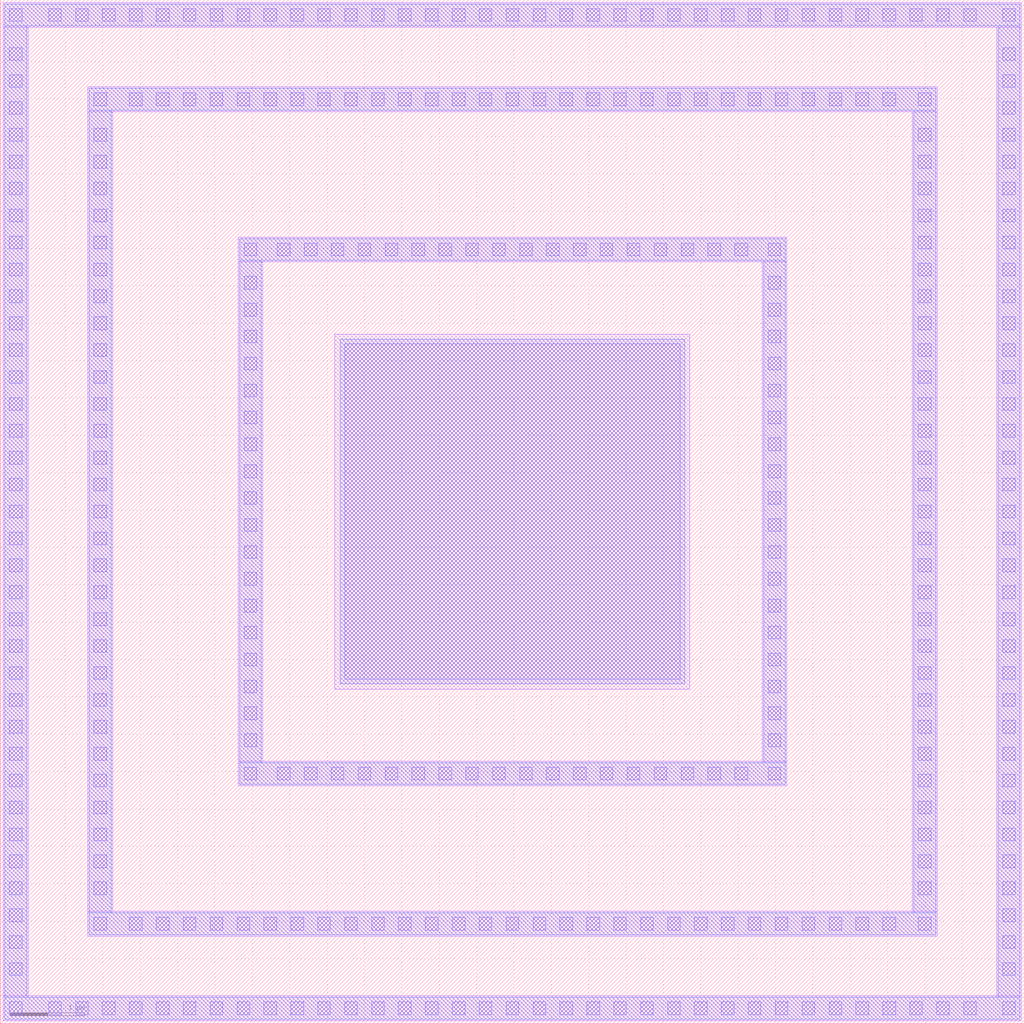
<source format=lef>
# Copyright 2020 The SkyWater PDK Authors
#
# Licensed under the Apache License, Version 2.0 (the "License");
# you may not use this file except in compliance with the License.
# You may obtain a copy of the License at
#
#     https://www.apache.org/licenses/LICENSE-2.0
#
# Unless required by applicable law or agreed to in writing, software
# distributed under the License is distributed on an "AS IS" BASIS,
# WITHOUT WARRANTIES OR CONDITIONS OF ANY KIND, either express or implied.
# See the License for the specific language governing permissions and
# limitations under the License.
#
# SPDX-License-Identifier: Apache-2.0

VERSION 5.7 ;
  NOWIREEXTENSIONATPIN ON ;
  DIVIDERCHAR "/" ;
  BUSBITCHARS "[]" ;
MACRO sky130_fd_pr__rf_npn_05v5_W5p00L5p00
  CLASS BLOCK ;
  FOREIGN sky130_fd_pr__rf_npn_05v5_W5p00L5p00 ;
  ORIGIN -0.130000 -0.130000 ;
  SIZE  13.70000 BY  13.70000 ;
  OBS
    LAYER li1 ;
      RECT  0.170000  0.170000 13.790000  0.500000 ;
      RECT  0.170000  0.500000  0.500000 13.460000 ;
      RECT  0.170000 13.460000 13.790000 13.790000 ;
      RECT  1.300000  1.300000 12.660000  1.630000 ;
      RECT  1.300000  1.630000  1.630000 12.330000 ;
      RECT  1.300000 12.330000 12.660000 12.660000 ;
      RECT  3.310000  3.310000 10.650000  3.640000 ;
      RECT  3.310000  3.640000  3.640000 10.320000 ;
      RECT  3.310000 10.320000 10.650000 10.650000 ;
      RECT  4.605000  4.605000  9.355000  9.355000 ;
      RECT 10.320000  3.640000 10.650000 10.320000 ;
      RECT 12.330000  1.630000 12.660000 12.330000 ;
      RECT 13.460000  0.500000 13.790000 13.460000 ;
    LAYER mcon ;
      RECT  0.250000  0.250000  0.420000  0.420000 ;
      RECT  0.250000  0.775000  0.420000  0.945000 ;
      RECT  0.250000  1.135000  0.420000  1.305000 ;
      RECT  0.250000  1.495000  0.420000  1.665000 ;
      RECT  0.250000  1.855000  0.420000  2.025000 ;
      RECT  0.250000  2.215000  0.420000  2.385000 ;
      RECT  0.250000  2.575000  0.420000  2.745000 ;
      RECT  0.250000  2.935000  0.420000  3.105000 ;
      RECT  0.250000  3.295000  0.420000  3.465000 ;
      RECT  0.250000  3.655000  0.420000  3.825000 ;
      RECT  0.250000  4.015000  0.420000  4.185000 ;
      RECT  0.250000  4.375000  0.420000  4.545000 ;
      RECT  0.250000  4.735000  0.420000  4.905000 ;
      RECT  0.250000  5.095000  0.420000  5.265000 ;
      RECT  0.250000  5.455000  0.420000  5.625000 ;
      RECT  0.250000  5.815000  0.420000  5.985000 ;
      RECT  0.250000  6.175000  0.420000  6.345000 ;
      RECT  0.250000  6.535000  0.420000  6.705000 ;
      RECT  0.250000  6.895000  0.420000  7.065000 ;
      RECT  0.250000  7.255000  0.420000  7.425000 ;
      RECT  0.250000  7.615000  0.420000  7.785000 ;
      RECT  0.250000  7.975000  0.420000  8.145000 ;
      RECT  0.250000  8.335000  0.420000  8.505000 ;
      RECT  0.250000  8.695000  0.420000  8.865000 ;
      RECT  0.250000  9.055000  0.420000  9.225000 ;
      RECT  0.250000  9.415000  0.420000  9.585000 ;
      RECT  0.250000  9.775000  0.420000  9.945000 ;
      RECT  0.250000 10.135000  0.420000 10.305000 ;
      RECT  0.250000 10.495000  0.420000 10.665000 ;
      RECT  0.250000 10.855000  0.420000 11.025000 ;
      RECT  0.250000 11.215000  0.420000 11.385000 ;
      RECT  0.250000 11.575000  0.420000 11.745000 ;
      RECT  0.250000 11.935000  0.420000 12.105000 ;
      RECT  0.250000 12.295000  0.420000 12.465000 ;
      RECT  0.250000 12.655000  0.420000 12.825000 ;
      RECT  0.250000 13.015000  0.420000 13.185000 ;
      RECT  0.250000 13.540000  0.420000 13.710000 ;
      RECT  0.775000  0.250000  0.945000  0.420000 ;
      RECT  0.775000 13.540000  0.945000 13.710000 ;
      RECT  1.135000  0.250000  1.305000  0.420000 ;
      RECT  1.135000 13.540000  1.305000 13.710000 ;
      RECT  1.380000  1.380000  1.550000  1.550000 ;
      RECT  1.380000  1.855000  1.550000  2.025000 ;
      RECT  1.380000  2.215000  1.550000  2.385000 ;
      RECT  1.380000  2.575000  1.550000  2.745000 ;
      RECT  1.380000  2.935000  1.550000  3.105000 ;
      RECT  1.380000  3.295000  1.550000  3.465000 ;
      RECT  1.380000  3.655000  1.550000  3.825000 ;
      RECT  1.380000  4.015000  1.550000  4.185000 ;
      RECT  1.380000  4.375000  1.550000  4.545000 ;
      RECT  1.380000  4.735000  1.550000  4.905000 ;
      RECT  1.380000  5.095000  1.550000  5.265000 ;
      RECT  1.380000  5.455000  1.550000  5.625000 ;
      RECT  1.380000  5.815000  1.550000  5.985000 ;
      RECT  1.380000  6.175000  1.550000  6.345000 ;
      RECT  1.380000  6.535000  1.550000  6.705000 ;
      RECT  1.380000  6.895000  1.550000  7.065000 ;
      RECT  1.380000  7.255000  1.550000  7.425000 ;
      RECT  1.380000  7.615000  1.550000  7.785000 ;
      RECT  1.380000  7.975000  1.550000  8.145000 ;
      RECT  1.380000  8.335000  1.550000  8.505000 ;
      RECT  1.380000  8.695000  1.550000  8.865000 ;
      RECT  1.380000  9.055000  1.550000  9.225000 ;
      RECT  1.380000  9.415000  1.550000  9.585000 ;
      RECT  1.380000  9.775000  1.550000  9.945000 ;
      RECT  1.380000 10.135000  1.550000 10.305000 ;
      RECT  1.380000 10.495000  1.550000 10.665000 ;
      RECT  1.380000 10.855000  1.550000 11.025000 ;
      RECT  1.380000 11.215000  1.550000 11.385000 ;
      RECT  1.380000 11.575000  1.550000 11.745000 ;
      RECT  1.380000 11.935000  1.550000 12.105000 ;
      RECT  1.380000 12.410000  1.550000 12.580000 ;
      RECT  1.495000  0.250000  1.665000  0.420000 ;
      RECT  1.495000 13.540000  1.665000 13.710000 ;
      RECT  1.855000  0.250000  2.025000  0.420000 ;
      RECT  1.855000  1.380000  2.025000  1.550000 ;
      RECT  1.855000 12.410000  2.025000 12.580000 ;
      RECT  1.855000 13.540000  2.025000 13.710000 ;
      RECT  2.215000  0.250000  2.385000  0.420000 ;
      RECT  2.215000  1.380000  2.385000  1.550000 ;
      RECT  2.215000 12.410000  2.385000 12.580000 ;
      RECT  2.215000 13.540000  2.385000 13.710000 ;
      RECT  2.575000  0.250000  2.745000  0.420000 ;
      RECT  2.575000  1.380000  2.745000  1.550000 ;
      RECT  2.575000 12.410000  2.745000 12.580000 ;
      RECT  2.575000 13.540000  2.745000 13.710000 ;
      RECT  2.935000  0.250000  3.105000  0.420000 ;
      RECT  2.935000  1.380000  3.105000  1.550000 ;
      RECT  2.935000 12.410000  3.105000 12.580000 ;
      RECT  2.935000 13.540000  3.105000 13.710000 ;
      RECT  3.295000  0.250000  3.465000  0.420000 ;
      RECT  3.295000  1.380000  3.465000  1.550000 ;
      RECT  3.295000 12.410000  3.465000 12.580000 ;
      RECT  3.295000 13.540000  3.465000 13.710000 ;
      RECT  3.390000  3.390000  3.560000  3.560000 ;
      RECT  3.390000  3.835000  3.560000  4.005000 ;
      RECT  3.390000  4.195000  3.560000  4.365000 ;
      RECT  3.390000  4.555000  3.560000  4.725000 ;
      RECT  3.390000  4.915000  3.560000  5.085000 ;
      RECT  3.390000  5.275000  3.560000  5.445000 ;
      RECT  3.390000  5.635000  3.560000  5.805000 ;
      RECT  3.390000  5.995000  3.560000  6.165000 ;
      RECT  3.390000  6.355000  3.560000  6.525000 ;
      RECT  3.390000  6.715000  3.560000  6.885000 ;
      RECT  3.390000  7.075000  3.560000  7.245000 ;
      RECT  3.390000  7.435000  3.560000  7.605000 ;
      RECT  3.390000  7.795000  3.560000  7.965000 ;
      RECT  3.390000  8.155000  3.560000  8.325000 ;
      RECT  3.390000  8.515000  3.560000  8.685000 ;
      RECT  3.390000  8.875000  3.560000  9.045000 ;
      RECT  3.390000  9.235000  3.560000  9.405000 ;
      RECT  3.390000  9.595000  3.560000  9.765000 ;
      RECT  3.390000  9.955000  3.560000 10.125000 ;
      RECT  3.390000 10.400000  3.560000 10.570000 ;
      RECT  3.655000  0.250000  3.825000  0.420000 ;
      RECT  3.655000  1.380000  3.825000  1.550000 ;
      RECT  3.655000 12.410000  3.825000 12.580000 ;
      RECT  3.655000 13.540000  3.825000 13.710000 ;
      RECT  3.835000  3.390000  4.005000  3.560000 ;
      RECT  3.835000 10.400000  4.005000 10.570000 ;
      RECT  4.015000  0.250000  4.185000  0.420000 ;
      RECT  4.015000  1.380000  4.185000  1.550000 ;
      RECT  4.015000 12.410000  4.185000 12.580000 ;
      RECT  4.015000 13.540000  4.185000 13.710000 ;
      RECT  4.195000  3.390000  4.365000  3.560000 ;
      RECT  4.195000 10.400000  4.365000 10.570000 ;
      RECT  4.375000  0.250000  4.545000  0.420000 ;
      RECT  4.375000  1.380000  4.545000  1.550000 ;
      RECT  4.375000 12.410000  4.545000 12.580000 ;
      RECT  4.375000 13.540000  4.545000 13.710000 ;
      RECT  4.555000  3.390000  4.725000  3.560000 ;
      RECT  4.555000 10.400000  4.725000 10.570000 ;
      RECT  4.735000  0.250000  4.905000  0.420000 ;
      RECT  4.735000  1.380000  4.905000  1.550000 ;
      RECT  4.735000  4.735000  9.225000  9.225000 ;
      RECT  4.735000 12.410000  4.905000 12.580000 ;
      RECT  4.735000 13.540000  4.905000 13.710000 ;
      RECT  4.915000  3.390000  5.085000  3.560000 ;
      RECT  4.915000 10.400000  5.085000 10.570000 ;
      RECT  5.095000  0.250000  5.265000  0.420000 ;
      RECT  5.095000  1.380000  5.265000  1.550000 ;
      RECT  5.095000 12.410000  5.265000 12.580000 ;
      RECT  5.095000 13.540000  5.265000 13.710000 ;
      RECT  5.275000  3.390000  5.445000  3.560000 ;
      RECT  5.275000 10.400000  5.445000 10.570000 ;
      RECT  5.455000  0.250000  5.625000  0.420000 ;
      RECT  5.455000  1.380000  5.625000  1.550000 ;
      RECT  5.455000 12.410000  5.625000 12.580000 ;
      RECT  5.455000 13.540000  5.625000 13.710000 ;
      RECT  5.635000  3.390000  5.805000  3.560000 ;
      RECT  5.635000 10.400000  5.805000 10.570000 ;
      RECT  5.815000  0.250000  5.985000  0.420000 ;
      RECT  5.815000  1.380000  5.985000  1.550000 ;
      RECT  5.815000 12.410000  5.985000 12.580000 ;
      RECT  5.815000 13.540000  5.985000 13.710000 ;
      RECT  5.995000  3.390000  6.165000  3.560000 ;
      RECT  5.995000 10.400000  6.165000 10.570000 ;
      RECT  6.175000  0.250000  6.345000  0.420000 ;
      RECT  6.175000  1.380000  6.345000  1.550000 ;
      RECT  6.175000 12.410000  6.345000 12.580000 ;
      RECT  6.175000 13.540000  6.345000 13.710000 ;
      RECT  6.355000  3.390000  6.525000  3.560000 ;
      RECT  6.355000 10.400000  6.525000 10.570000 ;
      RECT  6.535000  0.250000  6.705000  0.420000 ;
      RECT  6.535000  1.380000  6.705000  1.550000 ;
      RECT  6.535000 12.410000  6.705000 12.580000 ;
      RECT  6.535000 13.540000  6.705000 13.710000 ;
      RECT  6.715000  3.390000  6.885000  3.560000 ;
      RECT  6.715000 10.400000  6.885000 10.570000 ;
      RECT  6.895000  0.250000  7.065000  0.420000 ;
      RECT  6.895000  1.380000  7.065000  1.550000 ;
      RECT  6.895000 12.410000  7.065000 12.580000 ;
      RECT  6.895000 13.540000  7.065000 13.710000 ;
      RECT  7.075000  3.390000  7.245000  3.560000 ;
      RECT  7.075000 10.400000  7.245000 10.570000 ;
      RECT  7.255000  0.250000  7.425000  0.420000 ;
      RECT  7.255000  1.380000  7.425000  1.550000 ;
      RECT  7.255000 12.410000  7.425000 12.580000 ;
      RECT  7.255000 13.540000  7.425000 13.710000 ;
      RECT  7.435000  3.390000  7.605000  3.560000 ;
      RECT  7.435000 10.400000  7.605000 10.570000 ;
      RECT  7.615000  0.250000  7.785000  0.420000 ;
      RECT  7.615000  1.380000  7.785000  1.550000 ;
      RECT  7.615000 12.410000  7.785000 12.580000 ;
      RECT  7.615000 13.540000  7.785000 13.710000 ;
      RECT  7.795000  3.390000  7.965000  3.560000 ;
      RECT  7.795000 10.400000  7.965000 10.570000 ;
      RECT  7.975000  0.250000  8.145000  0.420000 ;
      RECT  7.975000  1.380000  8.145000  1.550000 ;
      RECT  7.975000 12.410000  8.145000 12.580000 ;
      RECT  7.975000 13.540000  8.145000 13.710000 ;
      RECT  8.155000  3.390000  8.325000  3.560000 ;
      RECT  8.155000 10.400000  8.325000 10.570000 ;
      RECT  8.335000  0.250000  8.505000  0.420000 ;
      RECT  8.335000  1.380000  8.505000  1.550000 ;
      RECT  8.335000 12.410000  8.505000 12.580000 ;
      RECT  8.335000 13.540000  8.505000 13.710000 ;
      RECT  8.515000  3.390000  8.685000  3.560000 ;
      RECT  8.515000 10.400000  8.685000 10.570000 ;
      RECT  8.695000  0.250000  8.865000  0.420000 ;
      RECT  8.695000  1.380000  8.865000  1.550000 ;
      RECT  8.695000 12.410000  8.865000 12.580000 ;
      RECT  8.695000 13.540000  8.865000 13.710000 ;
      RECT  8.875000  3.390000  9.045000  3.560000 ;
      RECT  8.875000 10.400000  9.045000 10.570000 ;
      RECT  9.055000  0.250000  9.225000  0.420000 ;
      RECT  9.055000  1.380000  9.225000  1.550000 ;
      RECT  9.055000 12.410000  9.225000 12.580000 ;
      RECT  9.055000 13.540000  9.225000 13.710000 ;
      RECT  9.235000  3.390000  9.405000  3.560000 ;
      RECT  9.235000 10.400000  9.405000 10.570000 ;
      RECT  9.415000  0.250000  9.585000  0.420000 ;
      RECT  9.415000  1.380000  9.585000  1.550000 ;
      RECT  9.415000 12.410000  9.585000 12.580000 ;
      RECT  9.415000 13.540000  9.585000 13.710000 ;
      RECT  9.595000  3.390000  9.765000  3.560000 ;
      RECT  9.595000 10.400000  9.765000 10.570000 ;
      RECT  9.775000  0.250000  9.945000  0.420000 ;
      RECT  9.775000  1.380000  9.945000  1.550000 ;
      RECT  9.775000 12.410000  9.945000 12.580000 ;
      RECT  9.775000 13.540000  9.945000 13.710000 ;
      RECT  9.955000  3.390000 10.125000  3.560000 ;
      RECT  9.955000 10.400000 10.125000 10.570000 ;
      RECT 10.135000  0.250000 10.305000  0.420000 ;
      RECT 10.135000  1.380000 10.305000  1.550000 ;
      RECT 10.135000 12.410000 10.305000 12.580000 ;
      RECT 10.135000 13.540000 10.305000 13.710000 ;
      RECT 10.400000  3.390000 10.570000  3.560000 ;
      RECT 10.400000  3.835000 10.570000  4.005000 ;
      RECT 10.400000  4.195000 10.570000  4.365000 ;
      RECT 10.400000  4.555000 10.570000  4.725000 ;
      RECT 10.400000  4.915000 10.570000  5.085000 ;
      RECT 10.400000  5.275000 10.570000  5.445000 ;
      RECT 10.400000  5.635000 10.570000  5.805000 ;
      RECT 10.400000  5.995000 10.570000  6.165000 ;
      RECT 10.400000  6.355000 10.570000  6.525000 ;
      RECT 10.400000  6.715000 10.570000  6.885000 ;
      RECT 10.400000  7.075000 10.570000  7.245000 ;
      RECT 10.400000  7.435000 10.570000  7.605000 ;
      RECT 10.400000  7.795000 10.570000  7.965000 ;
      RECT 10.400000  8.155000 10.570000  8.325000 ;
      RECT 10.400000  8.515000 10.570000  8.685000 ;
      RECT 10.400000  8.875000 10.570000  9.045000 ;
      RECT 10.400000  9.235000 10.570000  9.405000 ;
      RECT 10.400000  9.595000 10.570000  9.765000 ;
      RECT 10.400000  9.955000 10.570000 10.125000 ;
      RECT 10.400000 10.400000 10.570000 10.570000 ;
      RECT 10.495000  0.250000 10.665000  0.420000 ;
      RECT 10.495000  1.380000 10.665000  1.550000 ;
      RECT 10.495000 12.410000 10.665000 12.580000 ;
      RECT 10.495000 13.540000 10.665000 13.710000 ;
      RECT 10.855000  0.250000 11.025000  0.420000 ;
      RECT 10.855000  1.380000 11.025000  1.550000 ;
      RECT 10.855000 12.410000 11.025000 12.580000 ;
      RECT 10.855000 13.540000 11.025000 13.710000 ;
      RECT 11.215000  0.250000 11.385000  0.420000 ;
      RECT 11.215000  1.380000 11.385000  1.550000 ;
      RECT 11.215000 12.410000 11.385000 12.580000 ;
      RECT 11.215000 13.540000 11.385000 13.710000 ;
      RECT 11.575000  0.250000 11.745000  0.420000 ;
      RECT 11.575000  1.380000 11.745000  1.550000 ;
      RECT 11.575000 12.410000 11.745000 12.580000 ;
      RECT 11.575000 13.540000 11.745000 13.710000 ;
      RECT 11.935000  0.250000 12.105000  0.420000 ;
      RECT 11.935000  1.380000 12.105000  1.550000 ;
      RECT 11.935000 12.410000 12.105000 12.580000 ;
      RECT 11.935000 13.540000 12.105000 13.710000 ;
      RECT 12.295000  0.250000 12.465000  0.420000 ;
      RECT 12.295000 13.540000 12.465000 13.710000 ;
      RECT 12.410000  1.380000 12.580000  1.550000 ;
      RECT 12.410000  1.855000 12.580000  2.025000 ;
      RECT 12.410000  2.215000 12.580000  2.385000 ;
      RECT 12.410000  2.575000 12.580000  2.745000 ;
      RECT 12.410000  2.935000 12.580000  3.105000 ;
      RECT 12.410000  3.295000 12.580000  3.465000 ;
      RECT 12.410000  3.655000 12.580000  3.825000 ;
      RECT 12.410000  4.015000 12.580000  4.185000 ;
      RECT 12.410000  4.375000 12.580000  4.545000 ;
      RECT 12.410000  4.735000 12.580000  4.905000 ;
      RECT 12.410000  5.095000 12.580000  5.265000 ;
      RECT 12.410000  5.455000 12.580000  5.625000 ;
      RECT 12.410000  5.815000 12.580000  5.985000 ;
      RECT 12.410000  6.175000 12.580000  6.345000 ;
      RECT 12.410000  6.535000 12.580000  6.705000 ;
      RECT 12.410000  6.895000 12.580000  7.065000 ;
      RECT 12.410000  7.255000 12.580000  7.425000 ;
      RECT 12.410000  7.615000 12.580000  7.785000 ;
      RECT 12.410000  7.975000 12.580000  8.145000 ;
      RECT 12.410000  8.335000 12.580000  8.505000 ;
      RECT 12.410000  8.695000 12.580000  8.865000 ;
      RECT 12.410000  9.055000 12.580000  9.225000 ;
      RECT 12.410000  9.415000 12.580000  9.585000 ;
      RECT 12.410000  9.775000 12.580000  9.945000 ;
      RECT 12.410000 10.135000 12.580000 10.305000 ;
      RECT 12.410000 10.495000 12.580000 10.665000 ;
      RECT 12.410000 10.855000 12.580000 11.025000 ;
      RECT 12.410000 11.215000 12.580000 11.385000 ;
      RECT 12.410000 11.575000 12.580000 11.745000 ;
      RECT 12.410000 11.935000 12.580000 12.105000 ;
      RECT 12.410000 12.410000 12.580000 12.580000 ;
      RECT 12.655000  0.250000 12.825000  0.420000 ;
      RECT 12.655000 13.540000 12.825000 13.710000 ;
      RECT 13.015000  0.250000 13.185000  0.420000 ;
      RECT 13.015000 13.540000 13.185000 13.710000 ;
      RECT 13.540000  0.250000 13.710000  0.420000 ;
      RECT 13.540000  0.775000 13.710000  0.945000 ;
      RECT 13.540000  1.135000 13.710000  1.305000 ;
      RECT 13.540000  1.495000 13.710000  1.665000 ;
      RECT 13.540000  1.855000 13.710000  2.025000 ;
      RECT 13.540000  2.215000 13.710000  2.385000 ;
      RECT 13.540000  2.575000 13.710000  2.745000 ;
      RECT 13.540000  2.935000 13.710000  3.105000 ;
      RECT 13.540000  3.295000 13.710000  3.465000 ;
      RECT 13.540000  3.655000 13.710000  3.825000 ;
      RECT 13.540000  4.015000 13.710000  4.185000 ;
      RECT 13.540000  4.375000 13.710000  4.545000 ;
      RECT 13.540000  4.735000 13.710000  4.905000 ;
      RECT 13.540000  5.095000 13.710000  5.265000 ;
      RECT 13.540000  5.455000 13.710000  5.625000 ;
      RECT 13.540000  5.815000 13.710000  5.985000 ;
      RECT 13.540000  6.175000 13.710000  6.345000 ;
      RECT 13.540000  6.535000 13.710000  6.705000 ;
      RECT 13.540000  6.895000 13.710000  7.065000 ;
      RECT 13.540000  7.255000 13.710000  7.425000 ;
      RECT 13.540000  7.615000 13.710000  7.785000 ;
      RECT 13.540000  7.975000 13.710000  8.145000 ;
      RECT 13.540000  8.335000 13.710000  8.505000 ;
      RECT 13.540000  8.695000 13.710000  8.865000 ;
      RECT 13.540000  9.055000 13.710000  9.225000 ;
      RECT 13.540000  9.415000 13.710000  9.585000 ;
      RECT 13.540000  9.775000 13.710000  9.945000 ;
      RECT 13.540000 10.135000 13.710000 10.305000 ;
      RECT 13.540000 10.495000 13.710000 10.665000 ;
      RECT 13.540000 10.855000 13.710000 11.025000 ;
      RECT 13.540000 11.215000 13.710000 11.385000 ;
      RECT 13.540000 11.575000 13.710000 11.745000 ;
      RECT 13.540000 11.935000 13.710000 12.105000 ;
      RECT 13.540000 12.295000 13.710000 12.465000 ;
      RECT 13.540000 12.655000 13.710000 12.825000 ;
      RECT 13.540000 13.015000 13.710000 13.185000 ;
      RECT 13.540000 13.540000 13.710000 13.710000 ;
    LAYER met1 ;
      RECT  0.190000  0.190000 13.770000  0.480000 ;
      RECT  0.190000  0.480000  0.480000 13.480000 ;
      RECT  0.190000 13.480000 13.770000 13.770000 ;
      RECT  1.320000  1.320000 12.640000  1.610000 ;
      RECT  1.320000  1.610000  1.610000 12.350000 ;
      RECT  1.320000 12.350000 12.640000 12.640000 ;
      RECT  3.330000  3.330000 10.630000  3.620000 ;
      RECT  3.330000  3.620000  3.620000 10.340000 ;
      RECT  3.330000 10.340000 10.630000 10.630000 ;
      RECT  4.675000  4.675000  9.285000  9.285000 ;
      RECT 10.340000  3.620000 10.630000 10.340000 ;
      RECT 12.350000  1.610000 12.640000 12.350000 ;
      RECT 13.480000  0.480000 13.770000 13.480000 ;
  END
END sky130_fd_pr__rf_npn_05v5_W5p00L5p00
END LIBRARY

</source>
